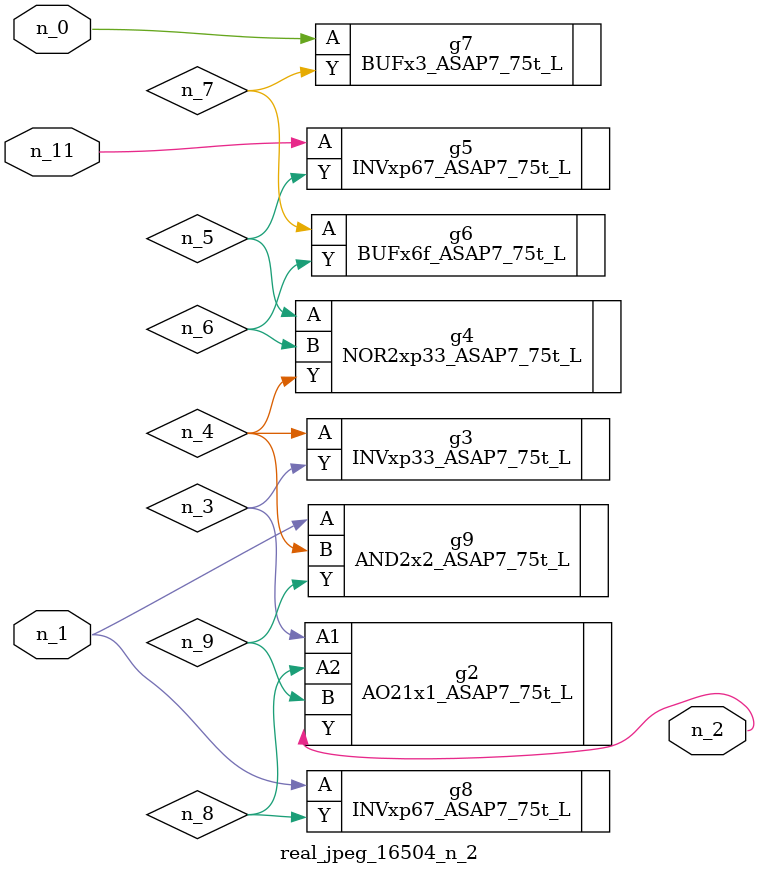
<source format=v>
module real_jpeg_16504_n_2 (n_1, n_11, n_0, n_2);

input n_1;
input n_11;
input n_0;

output n_2;

wire n_5;
wire n_8;
wire n_4;
wire n_6;
wire n_7;
wire n_3;
wire n_9;

BUFx3_ASAP7_75t_L g7 ( 
.A(n_0),
.Y(n_7)
);

INVxp67_ASAP7_75t_L g8 ( 
.A(n_1),
.Y(n_8)
);

AND2x2_ASAP7_75t_L g9 ( 
.A(n_1),
.B(n_4),
.Y(n_9)
);

AO21x1_ASAP7_75t_L g2 ( 
.A1(n_3),
.A2(n_8),
.B(n_9),
.Y(n_2)
);

INVxp33_ASAP7_75t_L g3 ( 
.A(n_4),
.Y(n_3)
);

NOR2xp33_ASAP7_75t_L g4 ( 
.A(n_5),
.B(n_6),
.Y(n_4)
);

BUFx6f_ASAP7_75t_L g6 ( 
.A(n_7),
.Y(n_6)
);

INVxp67_ASAP7_75t_L g5 ( 
.A(n_11),
.Y(n_5)
);


endmodule
</source>
